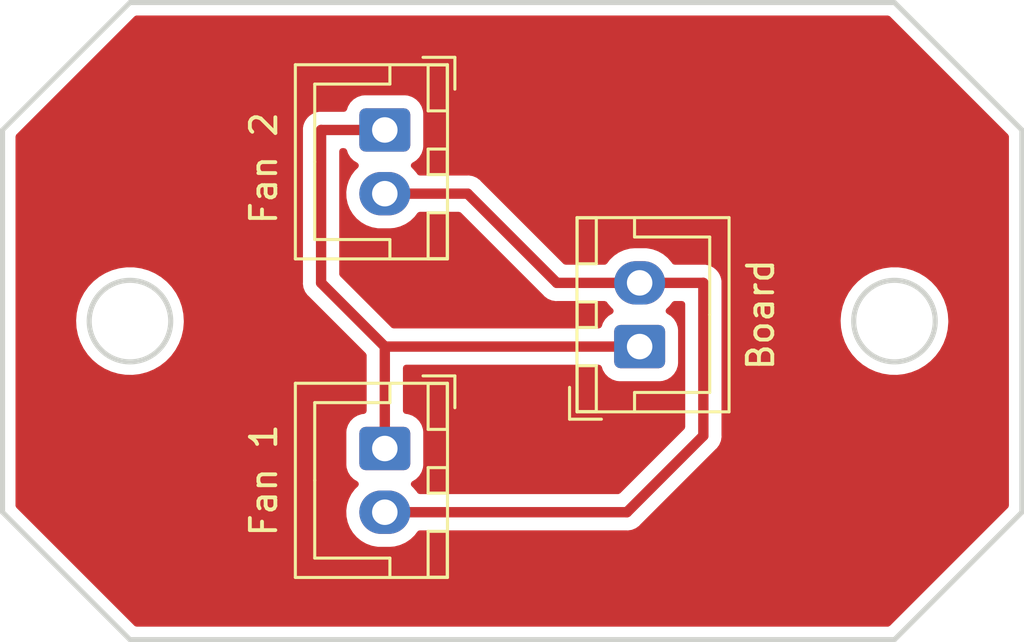
<source format=kicad_pcb>
(kicad_pcb (version 20211014) (generator pcbnew)
  (layers (0 "F.Cu" signal) (31 "B.Cu" signal) (34 "B.Paste" user) (35 "F.Paste" user) (36 "B.SilkS" user "B.Silkscreen") (37 "F.SilkS" user "F.Silkscreen") (38 "B.Mask" user) (39 "F.Mask" user) (44 "Edge.Cuts" user))
  (net 0 "")
  (net 1 "Net-(J1-Pad1)")
  (net 2 "Net-(J1-Pad2)")
  (footprint "Connector_JST:JST_XH_B2B-XH-A_1x02_P2.50mm_Vertical" (layer "F.Cu") (at 90 58.5 90)
    (fp_text reference "Board" (at 1.25 4.75 90) (layer "F.SilkS"))
    (fp_text value "J3")
    (fp_line (start -0.75 -1.7) (end -0.75 -2.45) (layer "F.SilkS") (width 0.12))
    (fp_line (start -2.55 -1.7) (end -0.75 -1.7) (layer "F.SilkS") (width 0.12))
    (fp_line (start 3.25 -1.7) (end 5.05 -1.7) (layer "F.SilkS") (width 0.12))
    (fp_line (start 5.05 -0.2) (end 4.3 -0.2) (layer "F.SilkS") (width 0.12))
    (fp_line (start -1.8 2.75) (end 1.25 2.75) (layer "F.SilkS") (width 0.12))
    (fp_line (start 4.3 2.75) (end 1.25 2.75) (layer "F.SilkS") (width 0.12))
    (fp_line (start -2.56 3.51) (end 5.06 3.51) (layer "F.SilkS") (width 0.12))
    (fp_line (start -2.55 -0.2) (end -1.8 -0.2) (layer "F.SilkS") (width 0.12))
    (fp_line (start -2.55 -2.45) (end -2.55 -1.7) (layer "F.SilkS") (width 0.12))
    (fp_line (start 0.75 -2.45) (end 0.75 -1.7) (layer "F.SilkS") (width 0.12))
    (fp_line (start 5.05 -2.45) (end 3.25 -2.45) (layer "F.SilkS") (width 0.12))
    (fp_line (start 0.75 -1.7) (end 1.75 -1.7) (layer "F.SilkS") (width 0.12))
    (fp_line (start 5.05 -1.7) (end 5.05 -2.45) (layer "F.SilkS") (width 0.12))
    (fp_line (start 1.75 -2.45) (end 0.75 -2.45) (layer "F.SilkS") (width 0.12))
    (fp_line (start 5.06 -2.46) (end -2.56 -2.46) (layer "F.SilkS") (width 0.12))
    (fp_line (start -2.85 -2.75) (end -2.85 -1.5) (layer "F.SilkS") (width 0.12))
    (fp_line (start -0.75 -2.45) (end -2.55 -2.45) (layer "F.SilkS") (width 0.12))
    (fp_line (start -1.6 -2.75) (end -2.85 -2.75) (layer "F.SilkS") (width 0.12))
    (fp_line (start 4.3 -0.2) (end 4.3 2.75) (layer "F.SilkS") (width 0.12))
    (fp_line (start -1.8 -0.2) (end -1.8 2.75) (layer "F.SilkS") (width 0.12))
    (fp_line (start 5.06 3.51) (end 5.06 -2.46) (layer "F.SilkS") (width 0.12))
    (fp_line (start -2.56 -2.46) (end -2.56 3.51) (layer "F.SilkS") (width 0.12))
    (fp_line (start 3.25 -2.45) (end 3.25 -1.7) (layer "F.SilkS") (width 0.12))
    (fp_line (start 1.75 -1.7) (end 1.75 -2.45) (layer "F.SilkS") (width 0.12))
    (pad "1" thru_hole roundrect (at 0 0 90) (size 1.7 2) (drill 1) (layers *.Cu *.Mask) (roundrect_rratio 0.1470588235) (net 1 "Net-(J1-Pad1)"))
    (pad "2" thru_hole oval (at 2.5 0 90) (size 1.7 2) (drill 1) (layers *.Cu *.Mask) (net 2 "Net-(J1-Pad2)"))
  )
  (footprint "Connector_JST:JST_XH_B2B-XH-A_1x02_P2.50mm_Vertical" (layer "F.Cu") (at 80 62.5 -90)
    (fp_text reference "Fan 1" (at 1.25 4.75 90) (layer "F.SilkS"))
    (fp_text value "J1")
    (fp_line (start -2.55 -0.2) (end -1.8 -0.2) (layer "F.SilkS") (width 0.12))
    (fp_line (start 3.25 -2.45) (end 3.25 -1.7) (layer "F.SilkS") (width 0.12))
    (fp_line (start -1.8 2.75) (end 1.25 2.75) (layer "F.SilkS") (width 0.12))
    (fp_line (start 4.3 -0.2) (end 4.3 2.75) (layer "F.SilkS") (width 0.12))
    (fp_line (start 4.3 2.75) (end 1.25 2.75) (layer "F.SilkS") (width 0.12))
    (fp_line (start -2.56 3.51) (end 5.06 3.51) (layer "F.SilkS") (width 0.12))
    (fp_line (start 0.75 -2.45) (end 0.75 -1.7) (layer "F.SilkS") (width 0.12))
    (fp_line (start -0.75 -1.7) (end -0.75 -2.45) (layer "F.SilkS") (width 0.12))
    (fp_line (start 0.75 -1.7) (end 1.75 -1.7) (layer "F.SilkS") (width 0.12))
    (fp_line (start 1.75 -1.7) (end 1.75 -2.45) (layer "F.SilkS") (width 0.12))
    (fp_line (start -2.55 -1.7) (end -0.75 -1.7) (layer "F.SilkS") (width 0.12))
    (fp_line (start 3.25 -1.7) (end 5.05 -1.7) (layer "F.SilkS") (width 0.12))
    (fp_line (start 5.06 3.51) (end 5.06 -2.46) (layer "F.SilkS") (width 0.12))
    (fp_line (start -2.56 -2.46) (end -2.56 3.51) (layer "F.SilkS") (width 0.12))
    (fp_line (start 5.05 -1.7) (end 5.05 -2.45) (layer "F.SilkS") (width 0.12))
    (fp_line (start 1.75 -2.45) (end 0.75 -2.45) (layer "F.SilkS") (width 0.12))
    (fp_line (start -1.8 -0.2) (end -1.8 2.75) (layer "F.SilkS") (width 0.12))
    (fp_line (start 5.06 -2.46) (end -2.56 -2.46) (layer "F.SilkS") (width 0.12))
    (fp_line (start -0.75 -2.45) (end -2.55 -2.45) (layer "F.SilkS") (width 0.12))
    (fp_line (start 5.05 -2.45) (end 3.25 -2.45) (layer "F.SilkS") (width 0.12))
    (fp_line (start -2.85 -2.75) (end -2.85 -1.5) (layer "F.SilkS") (width 0.12))
    (fp_line (start -2.55 -2.45) (end -2.55 -1.7) (layer "F.SilkS") (width 0.12))
    (fp_line (start 5.05 -0.2) (end 4.3 -0.2) (layer "F.SilkS") (width 0.12))
    (fp_line (start -1.6 -2.75) (end -2.85 -2.75) (layer "F.SilkS") (width 0.12))
    (pad "1" thru_hole roundrect (at 0 0 270) (size 1.7 2) (drill 1) (layers *.Cu *.Mask) (roundrect_rratio 0.1470588235) (net 1 "Net-(J1-Pad1)"))
    (pad "2" thru_hole oval (at 2.5 0 270) (size 1.7 2) (drill 1) (layers *.Cu *.Mask) (net 2 "Net-(J1-Pad2)"))
  )
  (footprint "Connector_JST:JST_XH_B2B-XH-A_1x02_P2.50mm_Vertical" (layer "F.Cu") (at 80 50 -90)
    (fp_text reference "Fan 2" (at 1.5 4.75 90) (layer "F.SilkS"))
    (fp_text value "J2")
    (fp_line (start -2.56 -2.46) (end -2.56 3.51) (layer "F.SilkS") (width 0.12))
    (fp_line (start 4.3 2.75) (end 1.25 2.75) (layer "F.SilkS") (width 0.12))
    (fp_line (start 3.25 -2.45) (end 3.25 -1.7) (layer "F.SilkS") (width 0.12))
    (fp_line (start -0.75 -1.7) (end -0.75 -2.45) (layer "F.SilkS") (width 0.12))
    (fp_line (start 0.75 -1.7) (end 1.75 -1.7) (layer "F.SilkS") (width 0.12))
    (fp_line (start 1.75 -2.45) (end 0.75 -2.45) (layer "F.SilkS") (width 0.12))
    (fp_line (start -2.85 -2.75) (end -2.85 -1.5) (layer "F.SilkS") (width 0.12))
    (fp_line (start -1.8 2.75) (end 1.25 2.75) (layer "F.SilkS") (width 0.12))
    (fp_line (start 0.75 -2.45) (end 0.75 -1.7) (layer "F.SilkS") (width 0.12))
    (fp_line (start 1.75 -1.7) (end 1.75 -2.45) (layer "F.SilkS") (width 0.12))
    (fp_line (start 4.3 -0.2) (end 4.3 2.75) (layer "F.SilkS") (width 0.12))
    (fp_line (start 5.05 -2.45) (end 3.25 -2.45) (layer "F.SilkS") (width 0.12))
    (fp_line (start 5.06 3.51) (end 5.06 -2.46) (layer "F.SilkS") (width 0.12))
    (fp_line (start -2.55 -2.45) (end -2.55 -1.7) (layer "F.SilkS") (width 0.12))
    (fp_line (start 3.25 -1.7) (end 5.05 -1.7) (layer "F.SilkS") (width 0.12))
    (fp_line (start 5.05 -0.2) (end 4.3 -0.2) (layer "F.SilkS") (width 0.12))
    (fp_line (start 5.05 -1.7) (end 5.05 -2.45) (layer "F.SilkS") (width 0.12))
    (fp_line (start -2.55 -1.7) (end -0.75 -1.7) (layer "F.SilkS") (width 0.12))
    (fp_line (start -1.8 -0.2) (end -1.8 2.75) (layer "F.SilkS") (width 0.12))
    (fp_line (start -0.75 -2.45) (end -2.55 -2.45) (layer "F.SilkS") (width 0.12))
    (fp_line (start -2.55 -0.2) (end -1.8 -0.2) (layer "F.SilkS") (width 0.12))
    (fp_line (start -1.6 -2.75) (end -2.85 -2.75) (layer "F.SilkS") (width 0.12))
    (fp_line (start 5.06 -2.46) (end -2.56 -2.46) (layer "F.SilkS") (width 0.12))
    (fp_line (start -2.56 3.51) (end 5.06 3.51) (layer "F.SilkS") (width 0.12))
    (pad "1" thru_hole roundrect (at 0 0 270) (size 1.7 2) (drill 1) (layers *.Cu *.Mask) (roundrect_rratio 0.1470588235) (net 1 "Net-(J1-Pad1)"))
    (pad "2" thru_hole oval (at 2.5 0 270) (size 1.7 2) (drill 1) (layers *.Cu *.Mask) (net 2 "Net-(J1-Pad2)"))
  )
  (gr_line (start 105 65) (end 105 50) (layer "Edge.Cuts") (width 0.2))
  (gr_circle (center 70 57.5) (end 71.6 57.5) (layer "Edge.Cuts") (width 0.2) (fill none))
  (gr_line (start 100 45) (end 105 50) (layer "Edge.Cuts") (width 0.2))
  (gr_line (start 100 70) (end 105 65) (layer "Edge.Cuts") (width 0.2))
  (gr_circle (center 100 57.5) (end 101.6 57.5) (layer "Edge.Cuts") (width 0.2) (fill none))
  (gr_line (start 65 65) (end 70 70) (layer "Edge.Cuts") (width 0.2))
  (gr_line (start 65 50) (end 65 65) (layer "Edge.Cuts") (width 0.2))
  (gr_line (start 70 45) (end 65 50) (layer "Edge.Cuts") (width 0.2))
  (gr_line (start 70 70) (end 100 70) (layer "Edge.Cuts") (width 0.2))
  (gr_line (start 100 45) (end 70 45) (layer "Edge.Cuts") (width 0.2))
  (segment (start 90 58.5) (end 80 58.5) (width 0.406) (layer "F.Cu") (net 1))
  (segment (start 77.5 56) (end 80 58.5) (width 0.406) (layer "F.Cu") (net 1))
  (segment (start 77.5 50) (end 77.5 56) (width 0.406) (layer "F.Cu") (net 1))
  (segment (start 80 50) (end 77.5 50) (width 0.406) (layer "F.Cu") (net 1))
  (segment (start 80 58.5) (end 80 62.5) (width 0.406) (layer "F.Cu") (net 1))
  (segment (start 86.75 56) (end 90 56) (width 0.406) (layer "F.Cu") (net 2))
  (segment (start 92.5 56) (end 90 56) (width 0.406) (layer "F.Cu") (net 2))
  (segment (start 92.5 62) (end 92.5 56) (width 0.406) (layer "F.Cu") (net 2))
  (segment (start 89.5 65) (end 92.5 62) (width 0.406) (layer "F.Cu") (net 2))
  (segment (start 83.25 52.5) (end 86.75 56) (width 0.406) (layer "F.Cu") (net 2))
  (segment (start 80 52.5) (end 83.25 52.5) (width 0.406) (layer "F.Cu") (net 2))
  (segment (start 80 65) (end 89.5 65) (width 0.406) (layer "F.Cu") (net 2))
  (zone (net 0) (net_name "") (layer "F.Cu") (connect_pads (clearance 0.508)) (min_thickness 0.254) (fill yes (thermal_gap 0.508) (thermal_bridge_width 0.508))
    (polygon (pts (xy 105 70) (xy 65 70) (xy 65 45) (xy 105 45)))
  )
)
</source>
